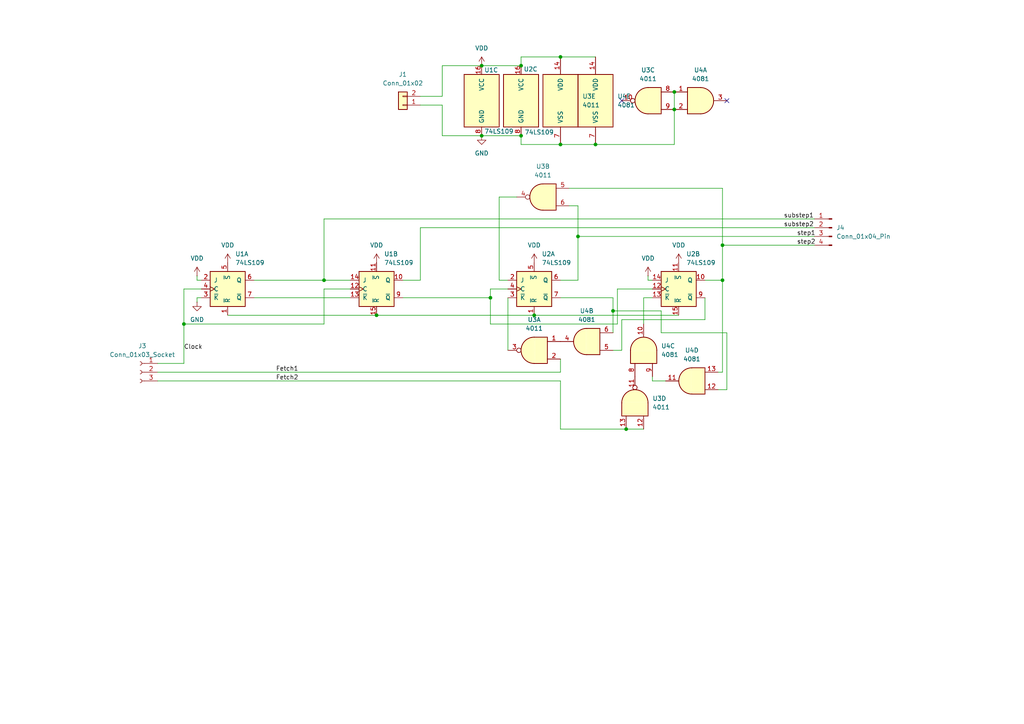
<source format=kicad_sch>
(kicad_sch (version 20231120) (generator "eeschema") (generator_version "8.0")
  (paper "A4")
  (lib_symbols
    (symbol "4xxx:4011" (pin_names (offset 1.016))
      (property "Reference" "U" (at 0 1.27 0))
      (property "Value" "4011" (at 0 -1.27 0))
      (symbol "4011_1_1"
        (arc (start 0 -3.81) (mid 3.7934 0) (end 0 3.81) (stroke (width 0.254)) (fill (type background)))
        (polyline (pts (xy 0 3.81) (xy -3.81 3.81) (xy -3.81 -3.81) (xy 0 -3.81)) (stroke (width 0.254)) (fill (type background)))
        (pin input line (at -7.62 2.54 0) (length 3.81) (name "~") (number "1"))
        (pin input line (at -7.62 -2.54 0) (length 3.81) (name "~") (number "2"))
        (pin output inverted (at 7.62 0 180) (length 3.81) (name "~") (number "3"))
      )
      (symbol "4011_1_2"
        (arc (start -3.81 -3.81) (mid -2.589 0) (end -3.81 3.81) (stroke (width 0.254)))
        (arc (start -0.6096 -3.81) (mid 2.1842 -2.5851) (end 3.81 0) (stroke (width 0.254)) (fill (type background)))
        (polyline (pts (xy -3.81 -3.81) (xy -0.635 -3.81)) (stroke (width 0.254)) (fill (type background)))
        (polyline (pts (xy -3.81 3.81) (xy -0.635 3.81)) (stroke (width 0.254)) (fill (type background)))
        (polyline (pts (xy -0.635 3.81) (xy -3.81 3.81) (xy -3.81 3.81) (xy -3.556 3.4036) (xy -3.0226 2.2606) (xy -2.6924 1.0414) (xy -2.6162 -0.254) (xy -2.7686 -1.4986) (xy -3.175 -2.7178) (xy -3.81 -3.81) (xy -3.81 -3.81) (xy -0.635 -3.81)) (stroke (width -25.4)) (fill (type background)))
        (arc (start 3.81 0) (mid 2.1915 2.5936) (end -0.6096 3.81) (stroke (width 0.254)) (fill (type background)))
        (pin input inverted (at -7.62 2.54 0) (length 4.318) (name "~") (number "1"))
        (pin input inverted (at -7.62 -2.54 0) (length 4.318) (name "~") (number "2"))
        (pin output line (at 7.62 0 180) (length 3.81) (name "~") (number "3"))
      )
      (symbol "4011_2_1"
        (arc (start 0 -3.81) (mid 3.7934 0) (end 0 3.81) (stroke (width 0.254)) (fill (type background)))
        (polyline (pts (xy 0 3.81) (xy -3.81 3.81) (xy -3.81 -3.81) (xy 0 -3.81)) (stroke (width 0.254)) (fill (type background)))
        (pin output inverted (at 7.62 0 180) (length 3.81) (name "~") (number "4"))
        (pin input line (at -7.62 2.54 0) (length 3.81) (name "~") (number "5"))
        (pin input line (at -7.62 -2.54 0) (length 3.81) (name "~") (number "6"))
      )
      (symbol "4011_2_2"
        (arc (start -3.81 -3.81) (mid -2.589 0) (end -3.81 3.81) (stroke (width 0.254)))
        (arc (start -0.6096 -3.81) (mid 2.1842 -2.5851) (end 3.81 0) (stroke (width 0.254)) (fill (type background)))
        (polyline (pts (xy -3.81 -3.81) (xy -0.635 -3.81)) (stroke (width 0.254)) (fill (type background)))
        (polyline (pts (xy -3.81 3.81) (xy -0.635 3.81)) (stroke (width 0.254)) (fill (type background)))
        (polyline (pts (xy -0.635 3.81) (xy -3.81 3.81) (xy -3.81 3.81) (xy -3.556 3.4036) (xy -3.0226 2.2606) (xy -2.6924 1.0414) (xy -2.6162 -0.254) (xy -2.7686 -1.4986) (xy -3.175 -2.7178) (xy -3.81 -3.81) (xy -3.81 -3.81) (xy -0.635 -3.81)) (stroke (width -25.4)) (fill (type background)))
        (arc (start 3.81 0) (mid 2.1915 2.5936) (end -0.6096 3.81) (stroke (width 0.254)) (fill (type background)))
        (pin output line (at 7.62 0 180) (length 3.81) (name "~") (number "4"))
        (pin input inverted (at -7.62 2.54 0) (length 4.318) (name "~") (number "5"))
        (pin input inverted (at -7.62 -2.54 0) (length 4.318) (name "~") (number "6"))
      )
      (symbol "4011_3_1"
        (arc (start 0 -3.81) (mid 3.7934 0) (end 0 3.81) (stroke (width 0.254)) (fill (type background)))
        (polyline (pts (xy 0 3.81) (xy -3.81 3.81) (xy -3.81 -3.81) (xy 0 -3.81)) (stroke (width 0.254)) (fill (type background)))
        (pin output inverted (at 7.62 0 180) (length 3.81) (name "~") (number "10"))
        (pin input line (at -7.62 2.54 0) (length 3.81) (name "~") (number "8"))
        (pin input line (at -7.62 -2.54 0) (length 3.81) (name "~") (number "9"))
      )
      (symbol "4011_3_2"
        (arc (start -3.81 -3.81) (mid -2.589 0) (end -3.81 3.81) (stroke (width 0.254)))
        (arc (start -0.6096 -3.81) (mid 2.1842 -2.5851) (end 3.81 0) (stroke (width 0.254)) (fill (type background)))
        (polyline (pts (xy -3.81 -3.81) (xy -0.635 -3.81)) (stroke (width 0.254)) (fill (type background)))
        (polyline (pts (xy -3.81 3.81) (xy -0.635 3.81)) (stroke (width 0.254)) (fill (type background)))
        (polyline (pts (xy -0.635 3.81) (xy -3.81 3.81) (xy -3.81 3.81) (xy -3.556 3.4036) (xy -3.0226 2.2606) (xy -2.6924 1.0414) (xy -2.6162 -0.254) (xy -2.7686 -1.4986) (xy -3.175 -2.7178) (xy -3.81 -3.81) (xy -3.81 -3.81) (xy -0.635 -3.81)) (stroke (width -25.4)) (fill (type background)))
        (arc (start 3.81 0) (mid 2.1915 2.5936) (end -0.6096 3.81) (stroke (width 0.254)) (fill (type background)))
        (pin output line (at 7.62 0 180) (length 3.81) (name "~") (number "10"))
        (pin input inverted (at -7.62 2.54 0) (length 4.318) (name "~") (number "8"))
        (pin input inverted (at -7.62 -2.54 0) (length 4.318) (name "~") (number "9"))
      )
      (symbol "4011_4_1"
        (arc (start 0 -3.81) (mid 3.7934 0) (end 0 3.81) (stroke (width 0.254)) (fill (type background)))
        (polyline (pts (xy 0 3.81) (xy -3.81 3.81) (xy -3.81 -3.81) (xy 0 -3.81)) (stroke (width 0.254)) (fill (type background)))
        (pin output inverted (at 7.62 0 180) (length 3.81) (name "~") (number "11"))
        (pin input line (at -7.62 2.54 0) (length 3.81) (name "~") (number "12"))
        (pin input line (at -7.62 -2.54 0) (length 3.81) (name "~") (number "13"))
      )
      (symbol "4011_4_2"
        (arc (start -3.81 -3.81) (mid -2.589 0) (end -3.81 3.81) (stroke (width 0.254)))
        (arc (start -0.6096 -3.81) (mid 2.1842 -2.5851) (end 3.81 0) (stroke (width 0.254)) (fill (type background)))
        (polyline (pts (xy -3.81 -3.81) (xy -0.635 -3.81)) (stroke (width 0.254)) (fill (type background)))
        (polyline (pts (xy -3.81 3.81) (xy -0.635 3.81)) (stroke (width 0.254)) (fill (type background)))
        (polyline (pts (xy -0.635 3.81) (xy -3.81 3.81) (xy -3.81 3.81) (xy -3.556 3.4036) (xy -3.0226 2.2606) (xy -2.6924 1.0414) (xy -2.6162 -0.254) (xy -2.7686 -1.4986) (xy -3.175 -2.7178) (xy -3.81 -3.81) (xy -3.81 -3.81) (xy -0.635 -3.81)) (stroke (width -25.4)) (fill (type background)))
        (arc (start 3.81 0) (mid 2.1915 2.5936) (end -0.6096 3.81) (stroke (width 0.254)) (fill (type background)))
        (pin output line (at 7.62 0 180) (length 3.81) (name "~") (number "11"))
        (pin input inverted (at -7.62 2.54 0) (length 4.318) (name "~") (number "12"))
        (pin input inverted (at -7.62 -2.54 0) (length 4.318) (name "~") (number "13"))
      )
      (symbol "4011_5_0"
        (pin power_in line (at 0 12.7 270) (length 5.08) (name "VDD") (number "14"))
        (pin power_in line (at 0 -12.7 90) (length 5.08) (name "VSS") (number "7"))
      )
      (symbol "4011_5_1"
        (rectangle (start -5.08 7.62) (end 5.08 -7.62) (stroke (width 0.254)) (fill (type background)))
      )
    )
    (symbol "4xxx:4081" (pin_names (offset 1.016))
      (property "Reference" "U" (at 0 1.27 0))
      (property "Value" "4081" (at 0 -1.27 0))
      (symbol "4081_1_1"
        (arc (start 0 -3.81) (mid 3.7934 0) (end 0 3.81) (stroke (width 0.254)) (fill (type background)))
        (polyline (pts (xy 0 3.81) (xy -3.81 3.81) (xy -3.81 -3.81) (xy 0 -3.81)) (stroke (width 0.254)) (fill (type background)))
        (pin input line (at -7.62 2.54 0) (length 3.81) (name "~") (number "1"))
        (pin input line (at -7.62 -2.54 0) (length 3.81) (name "~") (number "2"))
        (pin output line (at 7.62 0 180) (length 3.81) (name "~") (number "3"))
      )
      (symbol "4081_1_2"
        (arc (start -3.81 -3.81) (mid -2.589 0) (end -3.81 3.81) (stroke (width 0.254)))
        (arc (start -0.6096 -3.81) (mid 2.1842 -2.5851) (end 3.81 0) (stroke (width 0.254)) (fill (type background)))
        (polyline (pts (xy -3.81 -3.81) (xy -0.635 -3.81)) (stroke (width 0.254)) (fill (type background)))
        (polyline (pts (xy -3.81 3.81) (xy -0.635 3.81)) (stroke (width 0.254)) (fill (type background)))
        (polyline (pts (xy -0.635 3.81) (xy -3.81 3.81) (xy -3.81 3.81) (xy -3.556 3.4036) (xy -3.0226 2.2606) (xy -2.6924 1.0414) (xy -2.6162 -0.254) (xy -2.7686 -1.4986) (xy -3.175 -2.7178) (xy -3.81 -3.81) (xy -3.81 -3.81) (xy -0.635 -3.81)) (stroke (width -25.4)) (fill (type background)))
        (arc (start 3.81 0) (mid 2.1915 2.5936) (end -0.6096 3.81) (stroke (width 0.254)) (fill (type background)))
        (pin input inverted (at -7.62 2.54 0) (length 4.318) (name "~") (number "1"))
        (pin input inverted (at -7.62 -2.54 0) (length 4.318) (name "~") (number "2"))
        (pin output inverted (at 7.62 0 180) (length 3.81) (name "~") (number "3"))
      )
      (symbol "4081_2_1"
        (arc (start 0 -3.81) (mid 3.7934 0) (end 0 3.81) (stroke (width 0.254)) (fill (type background)))
        (polyline (pts (xy 0 3.81) (xy -3.81 3.81) (xy -3.81 -3.81) (xy 0 -3.81)) (stroke (width 0.254)) (fill (type background)))
        (pin output line (at 7.62 0 180) (length 3.81) (name "~") (number "4"))
        (pin input line (at -7.62 2.54 0) (length 3.81) (name "~") (number "5"))
        (pin input line (at -7.62 -2.54 0) (length 3.81) (name "~") (number "6"))
      )
      (symbol "4081_2_2"
        (arc (start -3.81 -3.81) (mid -2.589 0) (end -3.81 3.81) (stroke (width 0.254)))
        (arc (start -0.6096 -3.81) (mid 2.1842 -2.5851) (end 3.81 0) (stroke (width 0.254)) (fill (type background)))
        (polyline (pts (xy -3.81 -3.81) (xy -0.635 -3.81)) (stroke (width 0.254)) (fill (type background)))
        (polyline (pts (xy -3.81 3.81) (xy -0.635 3.81)) (stroke (width 0.254)) (fill (type background)))
        (polyline (pts (xy -0.635 3.81) (xy -3.81 3.81) (xy -3.81 3.81) (xy -3.556 3.4036) (xy -3.0226 2.2606) (xy -2.6924 1.0414) (xy -2.6162 -0.254) (xy -2.7686 -1.4986) (xy -3.175 -2.7178) (xy -3.81 -3.81) (xy -3.81 -3.81) (xy -0.635 -3.81)) (stroke (width -25.4)) (fill (type background)))
        (arc (start 3.81 0) (mid 2.1915 2.5936) (end -0.6096 3.81) (stroke (width 0.254)) (fill (type background)))
        (pin output inverted (at 7.62 0 180) (length 3.81) (name "~") (number "4"))
        (pin input inverted (at -7.62 2.54 0) (length 4.318) (name "~") (number "5"))
        (pin input inverted (at -7.62 -2.54 0) (length 4.318) (name "~") (number "6"))
      )
      (symbol "4081_3_1"
        (arc (start 0 -3.81) (mid 3.7934 0) (end 0 3.81) (stroke (width 0.254)) (fill (type background)))
        (polyline (pts (xy 0 3.81) (xy -3.81 3.81) (xy -3.81 -3.81) (xy 0 -3.81)) (stroke (width 0.254)) (fill (type background)))
        (pin output line (at 7.62 0 180) (length 3.81) (name "~") (number "10"))
        (pin input line (at -7.62 2.54 0) (length 3.81) (name "~") (number "8"))
        (pin input line (at -7.62 -2.54 0) (length 3.81) (name "~") (number "9"))
      )
      (symbol "4081_3_2"
        (arc (start -3.81 -3.81) (mid -2.589 0) (end -3.81 3.81) (stroke (width 0.254)))
        (arc (start -0.6096 -3.81) (mid 2.1842 -2.5851) (end 3.81 0) (stroke (width 0.254)) (fill (type background)))
        (polyline (pts (xy -3.81 -3.81) (xy -0.635 -3.81)) (stroke (width 0.254)) (fill (type background)))
        (polyline (pts (xy -3.81 3.81) (xy -0.635 3.81)) (stroke (width 0.254)) (fill (type background)))
        (polyline (pts (xy -0.635 3.81) (xy -3.81 3.81) (xy -3.81 3.81) (xy -3.556 3.4036) (xy -3.0226 2.2606) (xy -2.6924 1.0414) (xy -2.6162 -0.254) (xy -2.7686 -1.4986) (xy -3.175 -2.7178) (xy -3.81 -3.81) (xy -3.81 -3.81) (xy -0.635 -3.81)) (stroke (width -25.4)) (fill (type background)))
        (arc (start 3.81 0) (mid 2.1915 2.5936) (end -0.6096 3.81) (stroke (width 0.254)) (fill (type background)))
        (pin output inverted (at 7.62 0 180) (length 3.81) (name "~") (number "10"))
        (pin input inverted (at -7.62 2.54 0) (length 4.318) (name "~") (number "8"))
        (pin input inverted (at -7.62 -2.54 0) (length 4.318) (name "~") (number "9"))
      )
      (symbol "4081_4_1"
        (arc (start 0 -3.81) (mid 3.7934 0) (end 0 3.81) (stroke (width 0.254)) (fill (type background)))
        (polyline (pts (xy 0 3.81) (xy -3.81 3.81) (xy -3.81 -3.81) (xy 0 -3.81)) (stroke (width 0.254)) (fill (type background)))
        (pin output line (at 7.62 0 180) (length 3.81) (name "~") (number "11"))
        (pin input line (at -7.62 2.54 0) (length 3.81) (name "~") (number "12"))
        (pin input line (at -7.62 -2.54 0) (length 3.81) (name "~") (number "13"))
      )
      (symbol "4081_4_2"
        (arc (start -3.81 -3.81) (mid -2.589 0) (end -3.81 3.81) (stroke (width 0.254)))
        (arc (start -0.6096 -3.81) (mid 2.1842 -2.5851) (end 3.81 0) (stroke (width 0.254)) (fill (type background)))
        (polyline (pts (xy -3.81 -3.81) (xy -0.635 -3.81)) (stroke (width 0.254)) (fill (type background)))
        (polyline (pts (xy -3.81 3.81) (xy -0.635 3.81)) (stroke (width 0.254)) (fill (type background)))
        (polyline (pts (xy -0.635 3.81) (xy -3.81 3.81) (xy -3.81 3.81) (xy -3.556 3.4036) (xy -3.0226 2.2606) (xy -2.6924 1.0414) (xy -2.6162 -0.254) (xy -2.7686 -1.4986) (xy -3.175 -2.7178) (xy -3.81 -3.81) (xy -3.81 -3.81) (xy -0.635 -3.81)) (stroke (width -25.4)) (fill (type background)))
        (arc (start 3.81 0) (mid 2.1915 2.5936) (end -0.6096 3.81) (stroke (width 0.254)) (fill (type background)))
        (pin output inverted (at 7.62 0 180) (length 3.81) (name "~") (number "11"))
        (pin input inverted (at -7.62 2.54 0) (length 4.318) (name "~") (number "12"))
        (pin input inverted (at -7.62 -2.54 0) (length 4.318) (name "~") (number "13"))
      )
      (symbol "4081_5_0"
        (pin power_in line (at 0 12.7 270) (length 5.08) (name "VDD") (number "14"))
        (pin power_in line (at 0 -12.7 90) (length 5.08) (name "VSS") (number "7"))
      )
      (symbol "4081_5_1"
        (rectangle (start -5.08 7.62) (end 5.08 -7.62) (stroke (width 0.254)) (fill (type background)))
      )
    )
    (symbol "74xx:74LS109" (pin_names (offset 1.016))
      (property "Reference" "U" (at -7.62 8.89 0))
      (property "Value" "74LS109" (at -7.62 -8.89 0))
      (symbol "74LS109_1_0"
        (pin input line (at 0 -7.62 90) (length 2.54) (name "~{R}") (number "1"))
        (pin input line (at -7.62 2.54 0) (length 2.54) (name "J") (number "2"))
        (pin input line (at -7.62 -2.54 0) (length 2.54) (name "~{K}") (number "3"))
        (pin input clock (at -7.62 0 0) (length 2.54) (name "C") (number "4"))
        (pin input line (at 0 7.62 270) (length 2.54) (name "~{S}") (number "5"))
        (pin output line (at 7.62 2.54 180) (length 2.54) (name "Q") (number "6"))
        (pin output line (at 7.62 -2.54 180) (length 2.54) (name "~{Q}") (number "7"))
      )
      (symbol "74LS109_1_1"
        (rectangle (start -5.08 5.08) (end 5.08 -5.08) (stroke (width 0.254)) (fill (type background)))
      )
      (symbol "74LS109_2_0"
        (pin output line (at 7.62 2.54 180) (length 2.54) (name "Q") (number "10"))
        (pin input line (at 0 7.62 270) (length 2.54) (name "~{S}") (number "11"))
        (pin input clock (at -7.62 0 0) (length 2.54) (name "C") (number "12"))
        (pin input line (at -7.62 -2.54 0) (length 2.54) (name "~{K}") (number "13"))
        (pin input line (at -7.62 2.54 0) (length 2.54) (name "J") (number "14"))
        (pin input line (at 0 -7.62 90) (length 2.54) (name "~{R}") (number "15"))
        (pin output line (at 7.62 -2.54 180) (length 2.54) (name "~{Q}") (number "9"))
      )
      (symbol "74LS109_2_1"
        (rectangle (start -5.08 5.08) (end 5.08 -5.08) (stroke (width 0.254)) (fill (type background)))
      )
      (symbol "74LS109_3_0"
        (pin power_in line (at 0 10.16 270) (length 2.54) (name "VCC") (number "16"))
        (pin power_in line (at 0 -10.16 90) (length 2.54) (name "GND") (number "8"))
      )
      (symbol "74LS109_3_1"
        (rectangle (start -5.08 7.62) (end 5.08 -7.62) (stroke (width 0.254)) (fill (type background)))
      )
    )
    (symbol "Connector:Conn_01x03_Socket" (pin_names (offset 1.016) hide)
      (property "Reference" "J" (at 0 5.08 0))
      (property "Value" "Conn_01x03_Socket" (at 0 -5.08 0))
      (symbol "Conn_01x03_Socket_1_1"
        (arc (start 0 -2.032) (mid -0.5058 -2.54) (end 0 -3.048) (stroke (width 0.1524)))
        (polyline (pts (xy -1.27 -2.54) (xy -0.508 -2.54)) (stroke (width 0.1524)))
        (polyline (pts (xy -1.27 0) (xy -0.508 0)) (stroke (width 0.1524)))
        (polyline (pts (xy -1.27 2.54) (xy -0.508 2.54)) (stroke (width 0.1524)))
        (arc (start 0 0.508) (mid -0.5058 0) (end 0 -0.508) (stroke (width 0.1524)))
        (arc (start 0 3.048) (mid -0.5058 2.54) (end 0 2.032) (stroke (width 0.1524)))
        (pin passive line (at -5.08 2.54 0) (length 3.81) (name "Pin_1") (number "1"))
        (pin passive line (at -5.08 0 0) (length 3.81) (name "Pin_2") (number "2"))
        (pin passive line (at -5.08 -2.54 0) (length 3.81) (name "Pin_3") (number "3"))
      )
    )
    (symbol "Connector:Conn_01x04_Pin" (pin_names (offset 1.016) hide)
      (property "Reference" "J" (at 0 5.08 0))
      (property "Value" "Conn_01x04_Pin" (at 0 -7.62 0))
      (symbol "Conn_01x04_Pin_1_1"
        (polyline (pts (xy 1.27 -5.08) (xy 0.8636 -5.08)) (stroke (width 0.1524)))
        (polyline (pts (xy 1.27 -2.54) (xy 0.8636 -2.54)) (stroke (width 0.1524)))
        (polyline (pts (xy 1.27 0) (xy 0.8636 0)) (stroke (width 0.1524)))
        (polyline (pts (xy 1.27 2.54) (xy 0.8636 2.54)) (stroke (width 0.1524)))
        (rectangle (start 0.8636 -4.953) (end 0 -5.207) (stroke (width 0.1524)) (fill (type outline)))
        (rectangle (start 0.8636 -2.413) (end 0 -2.667) (stroke (width 0.1524)) (fill (type outline)))
        (rectangle (start 0.8636 0.127) (end 0 -0.127) (stroke (width 0.1524)) (fill (type outline)))
        (rectangle (start 0.8636 2.667) (end 0 2.413) (stroke (width 0.1524)) (fill (type outline)))
        (pin passive line (at 5.08 2.54 180) (length 3.81) (name "Pin_1") (number "1"))
        (pin passive line (at 5.08 0 180) (length 3.81) (name "Pin_2") (number "2"))
        (pin passive line (at 5.08 -2.54 180) (length 3.81) (name "Pin_3") (number "3"))
        (pin passive line (at 5.08 -5.08 180) (length 3.81) (name "Pin_4") (number "4"))
      )
    )
    (symbol "Connector_Generic:Conn_01x02" (pin_names (offset 1.016) hide)
      (property "Reference" "J" (at 0 2.54 0))
      (property "Value" "Conn_01x02" (at 0 -5.08 0))
      (symbol "Conn_01x02_1_1"
        (rectangle (start -1.27 -2.413) (end 0 -2.667) (stroke (width 0.1524)))
        (rectangle (start -1.27 0.127) (end 0 -0.127) (stroke (width 0.1524)))
        (rectangle (start -1.27 1.27) (end 1.27 -3.81) (stroke (width 0.254)) (fill (type background)))
        (pin passive line (at -5.08 0 0) (length 3.81) (name "Pin_1") (number "1"))
        (pin passive line (at -5.08 -2.54 0) (length 3.81) (name "Pin_2") (number "2"))
      )
    )
    (symbol "power:GND" (power) (pin_numbers hide) (pin_names (offset 0) hide)
      (property "Value" "GND" (at 0 -3.81 0))
      (symbol "GND_0_1"
        (polyline (pts (xy 0 0) (xy 0 -1.27) (xy 1.27 -1.27) (xy 0 -2.54) (xy -1.27 -1.27) (xy 0 -1.27)))
      )
      (symbol "GND_1_1"
        (pin power_in line (at 0 0 270) (length 0) (name "~") (number "1"))
      )
    )
    (symbol "power:VDD" (power) (pin_numbers hide) (pin_names (offset 0) hide)
      (property "Value" "VDD" (at 0 3.556 0))
      (symbol "VDD_0_1"
        (polyline (pts (xy -0.762 1.27) (xy 0 2.54)))
        (polyline (pts (xy 0 0) (xy 0 2.54)))
        (polyline (pts (xy 0 2.54) (xy 0.762 1.27)))
      )
      (symbol "VDD_1_1"
        (pin power_in line (at 0 0 90) (length 0) (name "~") (number "1"))
      )
    )
  )
  (junction (at 162.56 41.91))
  (junction (at 151.13 19.05))
  (junction (at 209.55 81.28))
  (junction (at 154.94 91.44))
  (junction (at 195.58 31.75))
  (junction (at 151.13 39.37))
  (junction (at 181.61 124.46))
  (junction (at 167.64 68.58))
  (junction (at 209.55 71.12))
  (junction (at 139.7 39.37))
  (junction (at 93.98 81.28))
  (junction (at 109.22 91.44))
  (junction (at 172.72 41.91))
  (junction (at 177.8 90.17))
  (junction (at 162.56 16.51))
  (junction (at 195.58 26.67))
  (junction (at 142.24 86.36))
  (junction (at 139.7 19.05))
  (junction (at 53.34 93.98))
  (no_connect (at 210.82 29.21))
  (no_connect (at 180.34 29.21))
  (wire (pts (xy 186.69 86.36) (xy 189.23 86.36)))
  (wire (pts (xy 162.56 104.14) (xy 162.56 107.95)))
  (wire (pts (xy 45.72 105.41) (xy 53.34 105.41)))
  (wire (pts (xy 162.56 107.95) (xy 45.72 107.95)))
  (wire (pts (xy 73.66 81.28) (xy 93.98 81.28)))
  (wire (pts (xy 236.22 66.04) (xy 121.92 66.04)))
  (wire (pts (xy 151.13 16.51) (xy 151.13 19.05)))
  (wire (pts (xy 121.92 27.94) (xy 128.27 27.94)))
  (wire (pts (xy 151.13 41.91) (xy 151.13 39.37)))
  (wire (pts (xy 101.6 83.82) (xy 93.98 83.82)))
  (wire (pts (xy 167.64 68.58) (xy 167.64 81.28)))
  (wire (pts (xy 189.23 110.49) (xy 189.23 109.22)))
  (wire (pts (xy 154.94 91.44) (xy 196.85 91.44)))
  (wire (pts (xy 162.56 86.36) (xy 177.8 86.36)))
  (wire (pts (xy 66.04 91.44) (xy 109.22 91.44)))
  (wire (pts (xy 236.22 63.5) (xy 93.98 63.5)))
  (wire (pts (xy 191.77 96.52) (xy 210.82 96.52)))
  (wire (pts (xy 208.28 107.95) (xy 209.55 107.95)))
  (wire (pts (xy 58.42 86.36) (xy 57.15 86.36)))
  (wire (pts (xy 162.56 110.49) (xy 162.56 124.46)))
  (wire (pts (xy 162.56 16.51) (xy 151.13 16.51)))
  (wire (pts (xy 93.98 63.5) (xy 93.98 81.28)))
  (wire (pts (xy 236.22 71.12) (xy 209.55 71.12)))
  (wire (pts (xy 193.04 110.49) (xy 189.23 110.49)))
  (wire (pts (xy 147.32 83.82) (xy 142.24 83.82)))
  (wire (pts (xy 162.56 41.91) (xy 151.13 41.91)))
  (wire (pts (xy 187.96 81.28) (xy 189.23 81.28)))
  (wire (pts (xy 139.7 39.37) (xy 151.13 39.37)))
  (wire (pts (xy 73.66 86.36) (xy 101.6 86.36)))
  (wire (pts (xy 139.7 19.05) (xy 128.27 19.05)))
  (wire (pts (xy 210.82 96.52) (xy 210.82 113.03)))
  (wire (pts (xy 209.55 54.61) (xy 209.55 71.12)))
  (wire (pts (xy 204.47 92.71) (xy 180.34 92.71)))
  (wire (pts (xy 209.55 71.12) (xy 209.55 81.28)))
  (wire (pts (xy 191.77 90.17) (xy 191.77 96.52)))
  (wire (pts (xy 162.56 124.46) (xy 181.61 124.46)))
  (wire (pts (xy 179.07 93.98) (xy 142.24 93.98)))
  (wire (pts (xy 139.7 19.05) (xy 151.13 19.05)))
  (wire (pts (xy 177.8 90.17) (xy 191.77 90.17)))
  (wire (pts (xy 165.1 54.61) (xy 209.55 54.61)))
  (wire (pts (xy 109.22 91.44) (xy 154.94 91.44)))
  (wire (pts (xy 165.1 59.69) (xy 167.64 59.69)))
  (wire (pts (xy 209.55 81.28) (xy 204.47 81.28)))
  (wire (pts (xy 179.07 83.82) (xy 179.07 93.98)))
  (wire (pts (xy 162.56 41.91) (xy 172.72 41.91)))
  (wire (pts (xy 121.92 30.48) (xy 128.27 30.48)))
  (wire (pts (xy 58.42 81.28) (xy 57.15 81.28)))
  (wire (pts (xy 142.24 86.36) (xy 116.84 86.36)))
  (wire (pts (xy 180.34 92.71) (xy 180.34 101.6)))
  (wire (pts (xy 177.8 86.36) (xy 177.8 90.17)))
  (wire (pts (xy 209.55 107.95) (xy 209.55 81.28)))
  (wire (pts (xy 128.27 19.05) (xy 128.27 27.94)))
  (wire (pts (xy 210.82 113.03) (xy 208.28 113.03)))
  (wire (pts (xy 144.78 57.15) (xy 144.78 81.28)))
  (wire (pts (xy 53.34 105.41) (xy 53.34 93.98)))
  (wire (pts (xy 187.96 80.01) (xy 187.96 81.28)))
  (wire (pts (xy 128.27 30.48) (xy 128.27 39.37)))
  (wire (pts (xy 195.58 41.91) (xy 195.58 31.75)))
  (wire (pts (xy 45.72 110.49) (xy 162.56 110.49)))
  (wire (pts (xy 142.24 93.98) (xy 142.24 86.36)))
  (wire (pts (xy 204.47 86.36) (xy 204.47 92.71)))
  (wire (pts (xy 128.27 39.37) (xy 139.7 39.37)))
  (wire (pts (xy 93.98 83.82) (xy 93.98 93.98)))
  (wire (pts (xy 195.58 31.75) (xy 195.58 26.67)))
  (wire (pts (xy 236.22 68.58) (xy 167.64 68.58)))
  (wire (pts (xy 189.23 83.82) (xy 179.07 83.82)))
  (wire (pts (xy 53.34 83.82) (xy 58.42 83.82)))
  (wire (pts (xy 121.92 81.28) (xy 116.84 81.28)))
  (wire (pts (xy 181.61 124.46) (xy 186.69 124.46)))
  (wire (pts (xy 147.32 86.36) (xy 147.32 101.6)))
  (wire (pts (xy 180.34 101.6) (xy 177.8 101.6)))
  (wire (pts (xy 53.34 93.98) (xy 53.34 83.82)))
  (wire (pts (xy 167.64 81.28) (xy 162.56 81.28)))
  (wire (pts (xy 172.72 41.91) (xy 195.58 41.91)))
  (wire (pts (xy 162.56 16.51) (xy 172.72 16.51)))
  (wire (pts (xy 121.92 66.04) (xy 121.92 81.28)))
  (wire (pts (xy 149.86 57.15) (xy 144.78 57.15)))
  (wire (pts (xy 57.15 81.28) (xy 57.15 80.01)))
  (wire (pts (xy 186.69 93.98) (xy 186.69 86.36)))
  (wire (pts (xy 93.98 81.28) (xy 101.6 81.28)))
  (wire (pts (xy 167.64 59.69) (xy 167.64 68.58)))
  (wire (pts (xy 144.78 81.28) (xy 147.32 81.28)))
  (wire (pts (xy 93.98 93.98) (xy 53.34 93.98)))
  (wire (pts (xy 57.15 86.36) (xy 57.15 87.63)))
  (wire (pts (xy 177.8 90.17) (xy 177.8 96.52)))
  (wire (pts (xy 142.24 83.82) (xy 142.24 86.36)))
  (label "substep1" (at 227.33 63.5 0))
  (label "step1" (at 231.14 68.58 0))
  (label "substep2" (at 227.33 66.04 0))
  (label "Fetch1" (at 80.01 107.95 0))
  (label "Fetch2" (at 80.01 110.49 0))
  (label "Clock" (at 53.34 101.6 0))
  (label "step2" (at 231.14 71.12 0))
  (symbol (lib_id "74xx:74LS109") (at 151.13 29.21 0) (unit 3)
    (property "Reference" "U2" (at 151.892 20.066 0) (effects (justify left)))
    (property "Value" "74LS109" (at 152.146 38.354 0) (effects (justify left)))
    (property "Footprint" "Package_DIP:DIP-16_W7.62mm_LongPads" (effects (hide yes)))
    (property "Datasheet" "http://www.ti.com/lit/gpn/sn74LS109" (effects (hide yes)))
    (property "Description" "Dual JK Flip-Flop, Set & Reset" (effects (hide yes)))
  )
  (symbol (lib_id "power:VDD") (at 57.15 80.01 0) (unit 1)
    (property "Reference" "#PWR07" (effects (hide yes)))
    (property "Value" "VDD" (at 57.15 74.93 0))
    (property "Description" "Power symbol creates a global label with name \"VDD\"" (effects (hide yes)))
  )
  (symbol (lib_id "74xx:74LS109") (at 109.22 83.82 0) (unit 2)
    (property "Reference" "U1" (at 111.4141 73.66 0) (effects (justify left)))
    (property "Value" "74LS109" (at 111.4141 76.2 0) (effects (justify left)))
    (property "Footprint" "Package_DIP:DIP-16_W7.62mm_LongPads" (effects (hide yes)))
    (property "Datasheet" "http://www.ti.com/lit/gpn/sn74LS109" (effects (hide yes)))
    (property "Description" "Dual JK Flip-Flop, Set & Reset" (effects (hide yes)))
  )
  (symbol (lib_id "power:VDD") (at 109.22 76.2 0) (unit 1)
    (property "Reference" "#PWR04" (effects (hide yes)))
    (property "Value" "VDD" (at 109.22 71.12 0))
    (property "Description" "Power symbol creates a global label with name \"VDD\"" (effects (hide yes)))
  )
  (symbol (lib_id "4xxx:4011") (at 154.94 101.6 0) (mirror y) (unit 1)
    (property "Reference" "U3" (at 154.9483 92.71 0))
    (property "Value" "4011" (at 154.9483 95.25 0))
    (property "Footprint" "Package_DIP:DIP-14_W7.62mm_LongPads" (effects (hide yes)))
    (property "Datasheet" "http://www.intersil.com/content/dam/Intersil/documents/cd40/cd4011bms-12bms-23bms.pdf" (effects (hide yes)))
    (property "Description" "Quad Nand 2 inputs" (effects (hide yes)))
  )
  (symbol (lib_id "power:VDD") (at 196.85 76.2 0) (unit 1)
    (property "Reference" "#PWR06" (effects (hide yes)))
    (property "Value" "VDD" (at 196.85 71.12 0))
    (property "Description" "Power symbol creates a global label with name \"VDD\"" (effects (hide yes)))
  )
  (symbol (lib_id "4xxx:4081") (at 186.69 101.6 90) (unit 3)
    (property "Reference" "U4" (at 191.77 100.3382 90) (effects (justify right)))
    (property "Value" "4081" (at 191.77 102.8782 90) (effects (justify right)))
    (property "Footprint" "Package_DIP:DIP-14_W7.62mm_LongPads" (effects (hide yes)))
    (property "Datasheet" "http://www.intersil.com/content/dam/Intersil/documents/cd40/cd4073bms-81bms-82bms.pdf" (effects (hide yes)))
    (property "Description" "Quad And 2 inputs" (effects (hide yes)))
  )
  (symbol (lib_id "74xx:74LS109") (at 66.04 83.82 0) (unit 1)
    (property "Reference" "U1" (at 68.2341 73.66 0) (effects (justify left)))
    (property "Value" "74LS109" (at 68.2341 76.2 0) (effects (justify left)))
    (property "Footprint" "Package_DIP:DIP-16_W7.62mm_LongPads" (effects (hide yes)))
    (property "Datasheet" "http://www.ti.com/lit/gpn/sn74LS109" (effects (hide yes)))
    (property "Description" "Dual JK Flip-Flop, Set & Reset" (effects (hide yes)))
  )
  (symbol (lib_id "74xx:74LS109") (at 139.7 29.21 0) (unit 3)
    (property "Reference" "U1" (at 140.462 20.32 0) (effects (justify left)))
    (property "Value" "74LS109" (at 140.462 38.1 0) (effects (justify left)))
    (property "Footprint" "Package_DIP:DIP-16_W7.62mm_LongPads" (effects (hide yes)))
    (property "Datasheet" "http://www.ti.com/lit/gpn/sn74LS109" (effects (hide yes)))
    (property "Description" "Dual JK Flip-Flop, Set & Reset" (effects (hide yes)))
  )
  (symbol (lib_id "4xxx:4081") (at 203.2 29.21 0) (unit 1)
    (property "Reference" "U4" (at 203.1917 20.32 0))
    (property "Value" "4081" (at 203.1917 22.86 0))
    (property "Footprint" "Package_DIP:DIP-14_W7.62mm_LongPads" (effects (hide yes)))
    (property "Datasheet" "http://www.intersil.com/content/dam/Intersil/documents/cd40/cd4073bms-81bms-82bms.pdf" (effects (hide yes)))
    (property "Description" "Quad And 2 inputs" (effects (hide yes)))
  )
  (symbol (lib_id "power:GND") (at 57.15 87.63 0) (unit 1)
    (property "Reference" "#PWR08" (effects (hide yes)))
    (property "Value" "GND" (at 57.15 92.71 0))
    (property "Description" "Power symbol creates a global label with name \"GND\" , ground" (effects (hide yes)))
  )
  (symbol (lib_id "4xxx:4011") (at 157.48 57.15 0) (mirror y) (unit 2)
    (property "Reference" "U3" (at 157.4883 48.26 0))
    (property "Value" "4011" (at 157.4883 50.8 0))
    (property "Footprint" "Package_DIP:DIP-14_W7.62mm_LongPads" (effects (hide yes)))
    (property "Datasheet" "http://www.intersil.com/content/dam/Intersil/documents/cd40/cd4011bms-12bms-23bms.pdf" (effects (hide yes)))
    (property "Description" "Quad Nand 2 inputs" (effects (hide yes)))
  )
  (symbol (lib_id "power:VDD") (at 154.94 76.2 0) (unit 1)
    (property "Reference" "#PWR05" (effects (hide yes)))
    (property "Value" "VDD" (at 154.94 71.12 0))
    (property "Description" "Power symbol creates a global label with name \"VDD\"" (effects (hide yes)))
  )
  (symbol (lib_id "Connector:Conn_01x04_Pin") (at 241.3 66.04 0) (mirror y) (unit 1)
    (property "Reference" "J4" (at 242.57 66.0399 0) (effects (justify right)))
    (property "Value" "Conn_01x04_Pin" (at 242.57 68.5799 0) (effects (justify right)))
    (property "Footprint" "Connector_PinHeader_2.54mm:PinHeader_1x04_P2.54mm_Vertical" (effects (hide yes)))
    (property "Description" "Generic connector, single row, 01x04, script generated" (effects (hide yes)))
  )
  (symbol (lib_id "4xxx:4011") (at 162.56 29.21 0) (mirror y) (unit 5)
    (property "Reference" "U3" (at 168.91 27.9399 0) (effects (justify right)))
    (property "Value" "4011" (at 168.91 30.4799 0) (effects (justify right)))
    (property "Footprint" "Package_DIP:DIP-14_W7.62mm_LongPads" (effects (hide yes)))
    (property "Datasheet" "http://www.intersil.com/content/dam/Intersil/documents/cd40/cd4011bms-12bms-23bms.pdf" (effects (hide yes)))
    (property "Description" "Quad Nand 2 inputs" (effects (hide yes)))
  )
  (symbol (lib_id "4xxx:4081") (at 172.72 29.21 0) (unit 5)
    (property "Reference" "U4" (at 179.07 27.9399 0) (effects (justify left)))
    (property "Value" "4081" (at 179.07 30.4799 0) (effects (justify left)))
    (property "Footprint" "Package_DIP:DIP-14_W7.62mm_LongPads" (effects (hide yes)))
    (property "Datasheet" "http://www.intersil.com/content/dam/Intersil/documents/cd40/cd4073bms-81bms-82bms.pdf" (effects (hide yes)))
    (property "Description" "Quad And 2 inputs" (effects (hide yes)))
  )
  (symbol (lib_id "4xxx:4011") (at 187.96 29.21 0) (mirror y) (unit 3)
    (property "Reference" "U3" (at 187.9683 20.32 0))
    (property "Value" "4011" (at 187.9683 22.86 0))
    (property "Footprint" "Package_DIP:DIP-14_W7.62mm_LongPads" (effects (hide yes)))
    (property "Datasheet" "http://www.intersil.com/content/dam/Intersil/documents/cd40/cd4011bms-12bms-23bms.pdf" (effects (hide yes)))
    (property "Description" "Quad Nand 2 inputs" (effects (hide yes)))
  )
  (symbol (lib_id "power:VDD") (at 66.04 76.2 0) (unit 1)
    (property "Reference" "#PWR03" (effects (hide yes)))
    (property "Value" "VDD" (at 66.04 71.12 0))
    (property "Description" "Power symbol creates a global label with name \"VDD\"" (effects (hide yes)))
  )
  (symbol (lib_id "74xx:74LS109") (at 154.94 83.82 0) (unit 1)
    (property "Reference" "U2" (at 157.1341 73.66 0) (effects (justify left)))
    (property "Value" "74LS109" (at 157.1341 76.2 0) (effects (justify left)))
    (property "Footprint" "Package_DIP:DIP-16_W7.62mm_LongPads" (effects (hide yes)))
    (property "Datasheet" "http://www.ti.com/lit/gpn/sn74LS109" (effects (hide yes)))
    (property "Description" "Dual JK Flip-Flop, Set & Reset" (effects (hide yes)))
  )
  (symbol (lib_id "Connector_Generic:Conn_01x02") (at 116.84 30.48 180) (unit 1)
    (property "Reference" "J1" (at 116.84 21.59 0))
    (property "Value" "Conn_01x02" (at 116.84 24.13 0))
    (property "Footprint" "Connector_PinHeader_2.54mm:PinHeader_1x02_P2.54mm_Vertical" (effects (hide yes)))
    (property "Description" "Generic connector, single row, 01x02, script generated (kicad-library-utils/schlib/autogen/connector/)" (effects (hide yes)))
  )
  (symbol (lib_id "4xxx:4011") (at 184.15 116.84 270) (mirror x) (unit 4)
    (property "Reference" "U3" (at 189.23 115.5782 90) (effects (justify left)))
    (property "Value" "4011" (at 189.23 118.1182 90) (effects (justify left)))
    (property "Footprint" "Package_DIP:DIP-14_W7.62mm_LongPads" (effects (hide yes)))
    (property "Datasheet" "http://www.intersil.com/content/dam/Intersil/documents/cd40/cd4011bms-12bms-23bms.pdf" (effects (hide yes)))
    (property "Description" "Quad Nand 2 inputs" (effects (hide yes)))
  )
  (symbol (lib_id "power:VDD") (at 139.7 19.05 0) (unit 1)
    (property "Reference" "#PWR01" (effects (hide yes)))
    (property "Value" "VDD" (at 139.7 13.97 0))
    (property "Description" "Power symbol creates a global label with name \"VDD\"" (effects (hide yes)))
  )
  (symbol (lib_id "4xxx:4081") (at 170.18 99.06 180) (unit 2)
    (property "Reference" "U4" (at 170.1883 90.17 0))
    (property "Value" "4081" (at 170.1883 92.71 0))
    (property "Footprint" "Package_DIP:DIP-14_W7.62mm_LongPads" (effects (hide yes)))
    (property "Datasheet" "http://www.intersil.com/content/dam/Intersil/documents/cd40/cd4073bms-81bms-82bms.pdf" (effects (hide yes)))
    (property "Description" "Quad And 2 inputs" (effects (hide yes)))
  )
  (symbol (lib_id "Connector:Conn_01x03_Socket") (at 40.64 107.95 0) (mirror y) (unit 1)
    (property "Reference" "J3" (at 41.275 100.33 0))
    (property "Value" "Conn_01x03_Socket" (at 41.275 102.87 0))
    (property "Footprint" "Connector_PinHeader_2.54mm:PinHeader_1x03_P2.54mm_Vertical" (effects (hide yes)))
    (property "Description" "Generic connector, single row, 01x03, script generated" (effects (hide yes)))
  )
  (symbol (lib_id "power:VDD") (at 187.96 80.01 0) (unit 1)
    (property "Reference" "#PWR09" (effects (hide yes)))
    (property "Value" "VDD" (at 187.96 74.93 0))
    (property "Description" "Power symbol creates a global label with name \"VDD\"" (effects (hide yes)))
  )
  (symbol (lib_id "power:GND") (at 139.7 39.37 0) (unit 1)
    (property "Reference" "#PWR02" (effects (hide yes)))
    (property "Value" "GND" (at 139.7 44.45 0))
    (property "Description" "Power symbol creates a global label with name \"GND\" , ground" (effects (hide yes)))
  )
  (symbol (lib_id "74xx:74LS109") (at 196.85 83.82 0) (unit 2)
    (property "Reference" "U2" (at 199.0441 73.66 0) (effects (justify left)))
    (property "Value" "74LS109" (at 199.0441 76.2 0) (effects (justify left)))
    (property "Footprint" "Package_DIP:DIP-16_W7.62mm_LongPads" (effects (hide yes)))
    (property "Datasheet" "http://www.ti.com/lit/gpn/sn74LS109" (effects (hide yes)))
    (property "Description" "Dual JK Flip-Flop, Set & Reset" (effects (hide yes)))
  )
  (symbol (lib_id "4xxx:4081") (at 200.66 110.49 180) (unit 4)
    (property "Reference" "U4" (at 200.6683 101.6 0))
    (property "Value" "4081" (at 200.6683 104.14 0))
    (property "Footprint" "Package_DIP:DIP-14_W7.62mm_LongPads" (effects (hide yes)))
    (property "Datasheet" "http://www.intersil.com/content/dam/Intersil/documents/cd40/cd4073bms-81bms-82bms.pdf" (effects (hide yes)))
    (property "Description" "Quad And 2 inputs" (effects (hide yes)))
  )
)
</source>
